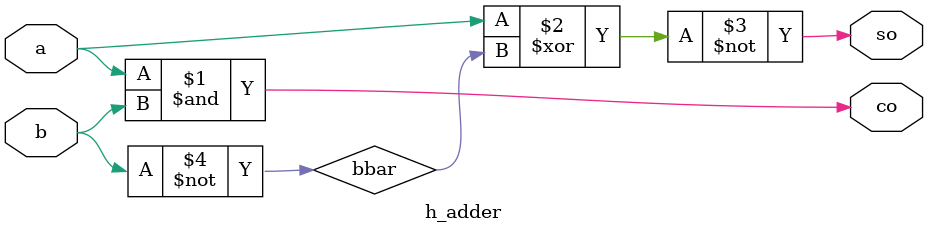
<source format=v>


module h_adder(a,b,co,so);
    output co,so;
    input a,b;
    wire a,b,co,so,bbar;
    and and2(co,a,b);
    not not1(bbar,b);
    xnor xnor2(so,a,bbar);
endmodule


</source>
